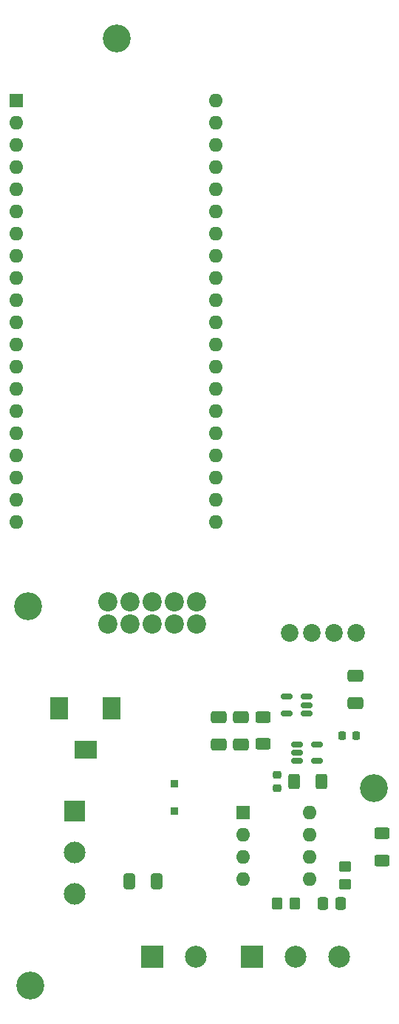
<source format=gbr>
%TF.GenerationSoftware,KiCad,Pcbnew,(6.0.6-0)*%
%TF.CreationDate,2022-11-06T01:19:23-08:00*%
%TF.ProjectId,Main Board,4d61696e-2042-46f6-9172-642e6b696361,rev?*%
%TF.SameCoordinates,Original*%
%TF.FileFunction,Soldermask,Top*%
%TF.FilePolarity,Negative*%
%FSLAX46Y46*%
G04 Gerber Fmt 4.6, Leading zero omitted, Abs format (unit mm)*
G04 Created by KiCad (PCBNEW (6.0.6-0)) date 2022-11-06 01:19:23*
%MOMM*%
%LPD*%
G01*
G04 APERTURE LIST*
G04 Aperture macros list*
%AMRoundRect*
0 Rectangle with rounded corners*
0 $1 Rounding radius*
0 $2 $3 $4 $5 $6 $7 $8 $9 X,Y pos of 4 corners*
0 Add a 4 corners polygon primitive as box body*
4,1,4,$2,$3,$4,$5,$6,$7,$8,$9,$2,$3,0*
0 Add four circle primitives for the rounded corners*
1,1,$1+$1,$2,$3*
1,1,$1+$1,$4,$5*
1,1,$1+$1,$6,$7*
1,1,$1+$1,$8,$9*
0 Add four rect primitives between the rounded corners*
20,1,$1+$1,$2,$3,$4,$5,0*
20,1,$1+$1,$4,$5,$6,$7,0*
20,1,$1+$1,$6,$7,$8,$9,0*
20,1,$1+$1,$8,$9,$2,$3,0*%
G04 Aperture macros list end*
%ADD10R,2.475000X2.475000*%
%ADD11C,2.475000*%
%ADD12C,2.020000*%
%ADD13RoundRect,0.250000X-0.350000X-0.450000X0.350000X-0.450000X0.350000X0.450000X-0.350000X0.450000X0*%
%ADD14RoundRect,0.250000X-0.450000X0.350000X-0.450000X-0.350000X0.450000X-0.350000X0.450000X0.350000X0*%
%ADD15RoundRect,0.250000X0.400000X0.625000X-0.400000X0.625000X-0.400000X-0.625000X0.400000X-0.625000X0*%
%ADD16RoundRect,0.250000X-0.625000X0.400000X-0.625000X-0.400000X0.625000X-0.400000X0.625000X0.400000X0*%
%ADD17RoundRect,0.218750X0.218750X0.256250X-0.218750X0.256250X-0.218750X-0.256250X0.218750X-0.256250X0*%
%ADD18RoundRect,0.218750X-0.256250X0.218750X-0.256250X-0.218750X0.256250X-0.218750X0.256250X0.218750X0*%
%ADD19RoundRect,0.250000X-0.650000X0.412500X-0.650000X-0.412500X0.650000X-0.412500X0.650000X0.412500X0*%
%ADD20RoundRect,0.250000X-0.337500X-0.475000X0.337500X-0.475000X0.337500X0.475000X-0.337500X0.475000X0*%
%ADD21RoundRect,0.150000X0.512500X0.150000X-0.512500X0.150000X-0.512500X-0.150000X0.512500X-0.150000X0*%
%ADD22C,3.200000*%
%ADD23R,2.000000X2.600000*%
%ADD24R,2.600000X2.000000*%
%ADD25R,0.950000X0.900000*%
%ADD26R,2.500000X2.500000*%
%ADD27C,2.500000*%
%ADD28C,2.200000*%
%ADD29RoundRect,0.250000X-0.412500X-0.650000X0.412500X-0.650000X0.412500X0.650000X-0.412500X0.650000X0*%
%ADD30R,1.600000X1.600000*%
%ADD31O,1.600000X1.600000*%
%ADD32RoundRect,0.150000X-0.512500X-0.150000X0.512500X-0.150000X0.512500X0.150000X-0.512500X0.150000X0*%
G04 APERTURE END LIST*
D10*
%TO.C,S1*%
X95250000Y-115900000D03*
D11*
X95250000Y-120650000D03*
X95250000Y-125400000D03*
%TD*%
D12*
%TO.C,J6*%
X127560000Y-95500000D03*
X125020000Y-95500000D03*
X122480000Y-95500000D03*
X119940000Y-95500000D03*
%TD*%
D13*
%TO.C,R5*%
X120500000Y-126500000D03*
X118500000Y-126500000D03*
%TD*%
D14*
%TO.C,R4*%
X126250000Y-124250000D03*
X126250000Y-122250000D03*
%TD*%
D15*
%TO.C,R3*%
X123550000Y-112500000D03*
X120450000Y-112500000D03*
%TD*%
D16*
%TO.C,R1*%
X130500000Y-118450000D03*
X130500000Y-121550000D03*
%TD*%
D17*
%TO.C,D3*%
X127537500Y-107250000D03*
X125962500Y-107250000D03*
%TD*%
D18*
%TO.C,D2*%
X118500000Y-111712500D03*
X118500000Y-113287500D03*
%TD*%
D19*
%TO.C,C5*%
X127500000Y-100437500D03*
X127500000Y-103562500D03*
%TD*%
D20*
%TO.C,C3*%
X123712500Y-126500000D03*
X125787500Y-126500000D03*
%TD*%
D21*
%TO.C,U4*%
X121887500Y-104700000D03*
X121887500Y-103750000D03*
X121887500Y-102800000D03*
X119612500Y-102800000D03*
X119612500Y-104700000D03*
%TD*%
D22*
%TO.C,REF\u002A\u002A*%
X100076000Y-27432000D03*
%TD*%
D19*
%TO.C,C4*%
X114300000Y-105117500D03*
X114300000Y-108242500D03*
%TD*%
%TO.C,C2*%
X111760000Y-105117500D03*
X111760000Y-108242500D03*
%TD*%
D23*
%TO.C,J3*%
X99520000Y-104140000D03*
X93520000Y-104140000D03*
D24*
X96520000Y-108840000D03*
%TD*%
D25*
%TO.C,D1*%
X106680000Y-112725000D03*
X106680000Y-115875000D03*
%TD*%
D22*
%TO.C,REF\u002A\u002A*%
X129540000Y-113284000D03*
%TD*%
D26*
%TO.C,J5*%
X115570000Y-132588000D03*
D27*
X120570000Y-132588000D03*
X125570000Y-132588000D03*
%TD*%
D28*
%TO.C,J1*%
X99060000Y-91948000D03*
X99060000Y-94488000D03*
X101600000Y-91948000D03*
X101600000Y-94488000D03*
X104140000Y-91948000D03*
X104140000Y-94488000D03*
X106680000Y-91948000D03*
X106680000Y-94488000D03*
X109220000Y-91948000D03*
X109220000Y-94488000D03*
%TD*%
D29*
%TO.C,C1*%
X101561500Y-123952000D03*
X104686500Y-123952000D03*
%TD*%
D26*
%TO.C,J4*%
X104140000Y-132588000D03*
D27*
X109140000Y-132588000D03*
%TD*%
D30*
%TO.C,U2*%
X114564000Y-116088000D03*
D31*
X114564000Y-118628000D03*
X114564000Y-121168000D03*
X114564000Y-123708000D03*
X122184000Y-123708000D03*
X122184000Y-121168000D03*
X122184000Y-118628000D03*
X122184000Y-116088000D03*
%TD*%
D32*
%TO.C,U3*%
X120782500Y-108270000D03*
X120782500Y-109220000D03*
X120782500Y-110170000D03*
X123057500Y-110170000D03*
X123057500Y-108270000D03*
%TD*%
D16*
%TO.C,R2*%
X116840000Y-105130000D03*
X116840000Y-108230000D03*
%TD*%
D22*
%TO.C,REF\u002A\u002A*%
X89916000Y-92456000D03*
%TD*%
D30*
%TO.C,J2*%
X88630000Y-34544000D03*
D31*
X88630000Y-37084000D03*
X88630000Y-39624000D03*
X88630000Y-42164000D03*
X88630000Y-44704000D03*
X88630000Y-47244000D03*
X88630000Y-49784000D03*
X88630000Y-52324000D03*
X88630000Y-54864000D03*
X88630000Y-57404000D03*
X88630000Y-59944000D03*
X88630000Y-62484000D03*
X88630000Y-65024000D03*
X88630000Y-67564000D03*
X88630000Y-70104000D03*
X88630000Y-72644000D03*
X88630000Y-75184000D03*
X88630000Y-77724000D03*
X88630000Y-80264000D03*
X88630000Y-82804000D03*
X111490000Y-82804000D03*
X111490000Y-80264000D03*
X111490000Y-77724000D03*
X111490000Y-75184000D03*
X111490000Y-72644000D03*
X111490000Y-70104000D03*
X111490000Y-67564000D03*
X111490000Y-65024000D03*
X111490000Y-62484000D03*
X111490000Y-59944000D03*
X111490000Y-57404000D03*
X111490000Y-54864000D03*
X111490000Y-52324000D03*
X111490000Y-49784000D03*
X111490000Y-47244000D03*
X111490000Y-44704000D03*
X111490000Y-42164000D03*
X111490000Y-39624000D03*
X111490000Y-37084000D03*
X111490000Y-34544000D03*
%TD*%
D22*
%TO.C,REF\u002A\u002A*%
X90170000Y-135890000D03*
%TD*%
M02*

</source>
